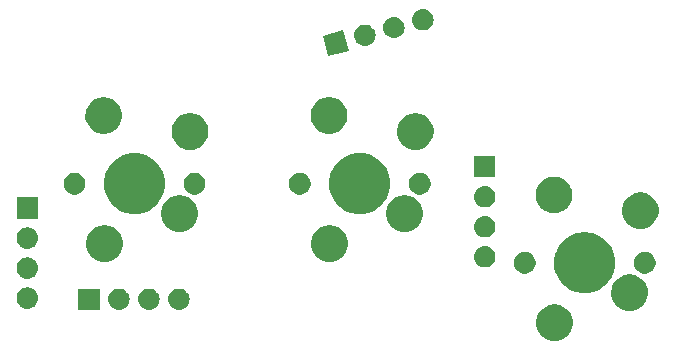
<source format=gbr>
G04 #@! TF.GenerationSoftware,KiCad,Pcbnew,(5.1.4)-1*
G04 #@! TF.CreationDate,2023-09-09T05:29:12-04:00*
G04 #@! TF.ProjectId,ThumbsUp,5468756d-6273-4557-902e-6b696361645f,rev?*
G04 #@! TF.SameCoordinates,Original*
G04 #@! TF.FileFunction,Soldermask,Top*
G04 #@! TF.FilePolarity,Negative*
%FSLAX46Y46*%
G04 Gerber Fmt 4.6, Leading zero omitted, Abs format (unit mm)*
G04 Created by KiCad (PCBNEW (5.1.4)-1) date 2023-09-09 05:29:12*
%MOMM*%
%LPD*%
G04 APERTURE LIST*
%ADD10C,0.100000*%
G04 APERTURE END LIST*
D10*
G36*
X-117017415Y-466668802D02*
G01*
X-116867590Y-466698604D01*
X-116585326Y-466815521D01*
X-116331295Y-466985259D01*
X-116115259Y-467201295D01*
X-115945521Y-467455326D01*
X-115828604Y-467737590D01*
X-115769000Y-468037240D01*
X-115769000Y-468342760D01*
X-115828604Y-468642410D01*
X-115945521Y-468924674D01*
X-116115259Y-469178705D01*
X-116331295Y-469394741D01*
X-116585326Y-469564479D01*
X-116867590Y-469681396D01*
X-117017415Y-469711198D01*
X-117167239Y-469741000D01*
X-117472761Y-469741000D01*
X-117622585Y-469711198D01*
X-117772410Y-469681396D01*
X-118054674Y-469564479D01*
X-118308705Y-469394741D01*
X-118524741Y-469178705D01*
X-118694479Y-468924674D01*
X-118811396Y-468642410D01*
X-118871000Y-468342760D01*
X-118871000Y-468037240D01*
X-118811396Y-467737590D01*
X-118694479Y-467455326D01*
X-118524741Y-467201295D01*
X-118308705Y-466985259D01*
X-118054674Y-466815521D01*
X-117772410Y-466698604D01*
X-117622585Y-466668802D01*
X-117472761Y-466639000D01*
X-117167239Y-466639000D01*
X-117017415Y-466668802D01*
X-117017415Y-466668802D01*
G37*
G36*
X-110667415Y-464128802D02*
G01*
X-110517590Y-464158604D01*
X-110235326Y-464275521D01*
X-109981295Y-464445259D01*
X-109765259Y-464661295D01*
X-109595521Y-464915326D01*
X-109478604Y-465197590D01*
X-109459512Y-465293574D01*
X-109426863Y-465457707D01*
X-109419000Y-465497240D01*
X-109419000Y-465802760D01*
X-109478604Y-466102410D01*
X-109595521Y-466384674D01*
X-109765259Y-466638705D01*
X-109981295Y-466854741D01*
X-110235326Y-467024479D01*
X-110517590Y-467141396D01*
X-110667415Y-467171198D01*
X-110817239Y-467201000D01*
X-111122761Y-467201000D01*
X-111272585Y-467171198D01*
X-111422410Y-467141396D01*
X-111704674Y-467024479D01*
X-111958705Y-466854741D01*
X-112174741Y-466638705D01*
X-112344479Y-466384674D01*
X-112461396Y-466102410D01*
X-112521000Y-465802760D01*
X-112521000Y-465497240D01*
X-112513136Y-465457707D01*
X-112480488Y-465293574D01*
X-112461396Y-465197590D01*
X-112344479Y-464915326D01*
X-112174741Y-464661295D01*
X-111958705Y-464445259D01*
X-111704674Y-464275521D01*
X-111422410Y-464158604D01*
X-111272585Y-464128802D01*
X-111122761Y-464099000D01*
X-110817239Y-464099000D01*
X-110667415Y-464128802D01*
X-110667415Y-464128802D01*
G37*
G36*
X-151568888Y-465300092D02*
G01*
X-151502703Y-465306611D01*
X-151332864Y-465358131D01*
X-151176339Y-465441796D01*
X-151156953Y-465457706D01*
X-151039144Y-465554388D01*
X-150955882Y-465655845D01*
X-150926552Y-465691583D01*
X-150842887Y-465848108D01*
X-150791367Y-466017947D01*
X-150773971Y-466194574D01*
X-150791367Y-466371201D01*
X-150842887Y-466541040D01*
X-150926552Y-466697565D01*
X-150927405Y-466698604D01*
X-151039144Y-466834760D01*
X-151140601Y-466918022D01*
X-151176339Y-466947352D01*
X-151332864Y-467031017D01*
X-151502703Y-467082537D01*
X-151568888Y-467089056D01*
X-151635070Y-467095574D01*
X-151723590Y-467095574D01*
X-151789772Y-467089056D01*
X-151855957Y-467082537D01*
X-152025796Y-467031017D01*
X-152182321Y-466947352D01*
X-152218059Y-466918022D01*
X-152319516Y-466834760D01*
X-152431255Y-466698604D01*
X-152432108Y-466697565D01*
X-152515773Y-466541040D01*
X-152567293Y-466371201D01*
X-152584689Y-466194574D01*
X-152567293Y-466017947D01*
X-152515773Y-465848108D01*
X-152432108Y-465691583D01*
X-152402778Y-465655845D01*
X-152319516Y-465554388D01*
X-152201707Y-465457706D01*
X-152182321Y-465441796D01*
X-152025796Y-465358131D01*
X-151855957Y-465306611D01*
X-151789772Y-465300092D01*
X-151723590Y-465293574D01*
X-151635070Y-465293574D01*
X-151568888Y-465300092D01*
X-151568888Y-465300092D01*
G37*
G36*
X-154108888Y-465300092D02*
G01*
X-154042703Y-465306611D01*
X-153872864Y-465358131D01*
X-153716339Y-465441796D01*
X-153696953Y-465457706D01*
X-153579144Y-465554388D01*
X-153495882Y-465655845D01*
X-153466552Y-465691583D01*
X-153382887Y-465848108D01*
X-153331367Y-466017947D01*
X-153313971Y-466194574D01*
X-153331367Y-466371201D01*
X-153382887Y-466541040D01*
X-153466552Y-466697565D01*
X-153467405Y-466698604D01*
X-153579144Y-466834760D01*
X-153680601Y-466918022D01*
X-153716339Y-466947352D01*
X-153872864Y-467031017D01*
X-154042703Y-467082537D01*
X-154108888Y-467089056D01*
X-154175070Y-467095574D01*
X-154263590Y-467095574D01*
X-154329772Y-467089056D01*
X-154395957Y-467082537D01*
X-154565796Y-467031017D01*
X-154722321Y-466947352D01*
X-154758059Y-466918022D01*
X-154859516Y-466834760D01*
X-154971255Y-466698604D01*
X-154972108Y-466697565D01*
X-155055773Y-466541040D01*
X-155107293Y-466371201D01*
X-155124689Y-466194574D01*
X-155107293Y-466017947D01*
X-155055773Y-465848108D01*
X-154972108Y-465691583D01*
X-154942778Y-465655845D01*
X-154859516Y-465554388D01*
X-154741707Y-465457706D01*
X-154722321Y-465441796D01*
X-154565796Y-465358131D01*
X-154395957Y-465306611D01*
X-154329772Y-465300092D01*
X-154263590Y-465293574D01*
X-154175070Y-465293574D01*
X-154108888Y-465300092D01*
X-154108888Y-465300092D01*
G37*
G36*
X-155858330Y-467095574D02*
G01*
X-157660330Y-467095574D01*
X-157660330Y-465293574D01*
X-155858330Y-465293574D01*
X-155858330Y-467095574D01*
X-155858330Y-467095574D01*
G37*
G36*
X-149028888Y-465300092D02*
G01*
X-148962703Y-465306611D01*
X-148792864Y-465358131D01*
X-148636339Y-465441796D01*
X-148616953Y-465457706D01*
X-148499144Y-465554388D01*
X-148415882Y-465655845D01*
X-148386552Y-465691583D01*
X-148302887Y-465848108D01*
X-148251367Y-466017947D01*
X-148233971Y-466194574D01*
X-148251367Y-466371201D01*
X-148302887Y-466541040D01*
X-148386552Y-466697565D01*
X-148387405Y-466698604D01*
X-148499144Y-466834760D01*
X-148600601Y-466918022D01*
X-148636339Y-466947352D01*
X-148792864Y-467031017D01*
X-148962703Y-467082537D01*
X-149028888Y-467089056D01*
X-149095070Y-467095574D01*
X-149183590Y-467095574D01*
X-149249772Y-467089056D01*
X-149315957Y-467082537D01*
X-149485796Y-467031017D01*
X-149642321Y-466947352D01*
X-149678059Y-466918022D01*
X-149779516Y-466834760D01*
X-149891255Y-466698604D01*
X-149892108Y-466697565D01*
X-149975773Y-466541040D01*
X-150027293Y-466371201D01*
X-150044689Y-466194574D01*
X-150027293Y-466017947D01*
X-149975773Y-465848108D01*
X-149892108Y-465691583D01*
X-149862778Y-465655845D01*
X-149779516Y-465554388D01*
X-149661707Y-465457706D01*
X-149642321Y-465441796D01*
X-149485796Y-465358131D01*
X-149315957Y-465306611D01*
X-149249772Y-465300092D01*
X-149183590Y-465293574D01*
X-149095070Y-465293574D01*
X-149028888Y-465300092D01*
X-149028888Y-465300092D01*
G37*
G36*
X-161856177Y-465203411D02*
G01*
X-161789993Y-465209929D01*
X-161620154Y-465261449D01*
X-161463629Y-465345114D01*
X-161447768Y-465358131D01*
X-161326434Y-465457706D01*
X-161243172Y-465559163D01*
X-161213842Y-465594901D01*
X-161130177Y-465751426D01*
X-161078657Y-465921265D01*
X-161061261Y-466097892D01*
X-161078657Y-466274519D01*
X-161130177Y-466444358D01*
X-161213842Y-466600883D01*
X-161243172Y-466636621D01*
X-161326434Y-466738078D01*
X-161420800Y-466815521D01*
X-161463629Y-466850670D01*
X-161620154Y-466934335D01*
X-161789993Y-466985855D01*
X-161856178Y-466992374D01*
X-161922360Y-466998892D01*
X-162010880Y-466998892D01*
X-162077062Y-466992374D01*
X-162143247Y-466985855D01*
X-162313086Y-466934335D01*
X-162469611Y-466850670D01*
X-162512440Y-466815521D01*
X-162606806Y-466738078D01*
X-162690068Y-466636621D01*
X-162719398Y-466600883D01*
X-162803063Y-466444358D01*
X-162854583Y-466274519D01*
X-162871979Y-466097892D01*
X-162854583Y-465921265D01*
X-162803063Y-465751426D01*
X-162719398Y-465594901D01*
X-162690068Y-465559163D01*
X-162606806Y-465457706D01*
X-162485472Y-465358131D01*
X-162469611Y-465345114D01*
X-162313086Y-465261449D01*
X-162143247Y-465209929D01*
X-162077063Y-465203411D01*
X-162010880Y-465196892D01*
X-161922360Y-465196892D01*
X-161856177Y-465203411D01*
X-161856177Y-465203411D01*
G37*
G36*
X-114387018Y-460561702D02*
G01*
X-114028609Y-460632994D01*
X-113869501Y-460698899D01*
X-113559808Y-460827178D01*
X-113137896Y-461109090D01*
X-112779090Y-461467896D01*
X-112497178Y-461889808D01*
X-112411886Y-462095722D01*
X-112358447Y-462224733D01*
X-112302994Y-462358610D01*
X-112204000Y-462856285D01*
X-112204000Y-463363715D01*
X-112218210Y-463435155D01*
X-112302994Y-463861391D01*
X-112360580Y-464000415D01*
X-112497178Y-464330192D01*
X-112779090Y-464752104D01*
X-113137896Y-465110910D01*
X-113559808Y-465392822D01*
X-113811893Y-465497239D01*
X-114028609Y-465587006D01*
X-114526285Y-465686000D01*
X-115033715Y-465686000D01*
X-115531391Y-465587006D01*
X-115748107Y-465497239D01*
X-116000192Y-465392822D01*
X-116422104Y-465110910D01*
X-116780910Y-464752104D01*
X-117062822Y-464330192D01*
X-117199420Y-464000415D01*
X-117257006Y-463861391D01*
X-117341790Y-463435155D01*
X-117356000Y-463363715D01*
X-117356000Y-462856285D01*
X-117257006Y-462358610D01*
X-117201552Y-462224733D01*
X-117148114Y-462095722D01*
X-117062822Y-461889808D01*
X-116780910Y-461467896D01*
X-116422104Y-461109090D01*
X-116000192Y-460827178D01*
X-115690499Y-460698899D01*
X-115531391Y-460632994D01*
X-115172982Y-460561702D01*
X-115033715Y-460534000D01*
X-114526285Y-460534000D01*
X-114387018Y-460561702D01*
X-114387018Y-460561702D01*
G37*
G36*
X-161856178Y-462663410D02*
G01*
X-161789993Y-462669929D01*
X-161620154Y-462721449D01*
X-161463629Y-462805114D01*
X-161427891Y-462834444D01*
X-161326434Y-462917706D01*
X-161274116Y-462981457D01*
X-161213842Y-463054901D01*
X-161130177Y-463211426D01*
X-161078657Y-463381265D01*
X-161061261Y-463557892D01*
X-161078657Y-463734519D01*
X-161130177Y-463904358D01*
X-161213842Y-464060883D01*
X-161243172Y-464096621D01*
X-161326434Y-464198078D01*
X-161420800Y-464275521D01*
X-161463629Y-464310670D01*
X-161620154Y-464394335D01*
X-161789993Y-464445855D01*
X-161856177Y-464452373D01*
X-161922360Y-464458892D01*
X-162010880Y-464458892D01*
X-162077063Y-464452373D01*
X-162143247Y-464445855D01*
X-162313086Y-464394335D01*
X-162469611Y-464310670D01*
X-162512440Y-464275521D01*
X-162606806Y-464198078D01*
X-162690068Y-464096621D01*
X-162719398Y-464060883D01*
X-162803063Y-463904358D01*
X-162854583Y-463734519D01*
X-162871979Y-463557892D01*
X-162854583Y-463381265D01*
X-162803063Y-463211426D01*
X-162719398Y-463054901D01*
X-162659124Y-462981457D01*
X-162606806Y-462917706D01*
X-162505349Y-462834444D01*
X-162469611Y-462805114D01*
X-162313086Y-462721449D01*
X-162143247Y-462669929D01*
X-162077062Y-462663410D01*
X-162010880Y-462656892D01*
X-161922360Y-462656892D01*
X-161856178Y-462663410D01*
X-161856178Y-462663410D01*
G37*
G36*
X-109429896Y-462219585D02*
G01*
X-109261374Y-462289389D01*
X-109109709Y-462390728D01*
X-108980728Y-462519709D01*
X-108879389Y-462671374D01*
X-108809585Y-462839896D01*
X-108774000Y-463018797D01*
X-108774000Y-463201203D01*
X-108809585Y-463380104D01*
X-108879389Y-463548626D01*
X-108980728Y-463700291D01*
X-109109709Y-463829272D01*
X-109261374Y-463930611D01*
X-109429896Y-464000415D01*
X-109608797Y-464036000D01*
X-109791203Y-464036000D01*
X-109970104Y-464000415D01*
X-110138626Y-463930611D01*
X-110290291Y-463829272D01*
X-110419272Y-463700291D01*
X-110520611Y-463548626D01*
X-110590415Y-463380104D01*
X-110626000Y-463201203D01*
X-110626000Y-463018797D01*
X-110590415Y-462839896D01*
X-110520611Y-462671374D01*
X-110419272Y-462519709D01*
X-110290291Y-462390728D01*
X-110138626Y-462289389D01*
X-109970104Y-462219585D01*
X-109791203Y-462184000D01*
X-109608797Y-462184000D01*
X-109429896Y-462219585D01*
X-109429896Y-462219585D01*
G37*
G36*
X-119589896Y-462219585D02*
G01*
X-119421374Y-462289389D01*
X-119269709Y-462390728D01*
X-119140728Y-462519709D01*
X-119039389Y-462671374D01*
X-118969585Y-462839896D01*
X-118934000Y-463018797D01*
X-118934000Y-463201203D01*
X-118969585Y-463380104D01*
X-119039389Y-463548626D01*
X-119140728Y-463700291D01*
X-119269709Y-463829272D01*
X-119421374Y-463930611D01*
X-119589896Y-464000415D01*
X-119768797Y-464036000D01*
X-119951203Y-464036000D01*
X-120130104Y-464000415D01*
X-120298626Y-463930611D01*
X-120450291Y-463829272D01*
X-120579272Y-463700291D01*
X-120680611Y-463548626D01*
X-120750415Y-463380104D01*
X-120786000Y-463201203D01*
X-120786000Y-463018797D01*
X-120750415Y-462839896D01*
X-120680611Y-462671374D01*
X-120579272Y-462519709D01*
X-120450291Y-462390728D01*
X-120298626Y-462289389D01*
X-120130104Y-462219585D01*
X-119951203Y-462184000D01*
X-119768797Y-462184000D01*
X-119589896Y-462219585D01*
X-119589896Y-462219585D01*
G37*
G36*
X-123137698Y-461704232D02*
G01*
X-123071514Y-461710750D01*
X-122901675Y-461762270D01*
X-122745150Y-461845935D01*
X-122734916Y-461854334D01*
X-122607955Y-461958527D01*
X-122524693Y-462059984D01*
X-122495363Y-462095722D01*
X-122411698Y-462252247D01*
X-122360178Y-462422086D01*
X-122342782Y-462598713D01*
X-122360178Y-462775340D01*
X-122411698Y-462945179D01*
X-122495363Y-463101704D01*
X-122524693Y-463137442D01*
X-122607955Y-463238899D01*
X-122709412Y-463322161D01*
X-122745150Y-463351491D01*
X-122901675Y-463435156D01*
X-123071514Y-463486676D01*
X-123137699Y-463493195D01*
X-123203881Y-463499713D01*
X-123292401Y-463499713D01*
X-123358583Y-463493195D01*
X-123424768Y-463486676D01*
X-123594607Y-463435156D01*
X-123751132Y-463351491D01*
X-123786870Y-463322161D01*
X-123888327Y-463238899D01*
X-123971589Y-463137442D01*
X-124000919Y-463101704D01*
X-124084584Y-462945179D01*
X-124136104Y-462775340D01*
X-124153500Y-462598713D01*
X-124136104Y-462422086D01*
X-124084584Y-462252247D01*
X-124000919Y-462095722D01*
X-123971589Y-462059984D01*
X-123888327Y-461958527D01*
X-123761366Y-461854334D01*
X-123751132Y-461845935D01*
X-123594607Y-461762270D01*
X-123424768Y-461710750D01*
X-123358584Y-461704232D01*
X-123292401Y-461697713D01*
X-123203881Y-461697713D01*
X-123137698Y-461704232D01*
X-123137698Y-461704232D01*
G37*
G36*
X-136067415Y-459968863D02*
G01*
X-135917590Y-459998665D01*
X-135635326Y-460115582D01*
X-135381295Y-460285320D01*
X-135165259Y-460501356D01*
X-134995521Y-460755387D01*
X-134878604Y-461037651D01*
X-134878604Y-461037652D01*
X-134819000Y-461337300D01*
X-134819000Y-461642822D01*
X-134822035Y-461658078D01*
X-134878604Y-461942471D01*
X-134995521Y-462224735D01*
X-135165259Y-462478766D01*
X-135381295Y-462694802D01*
X-135635326Y-462864540D01*
X-135917590Y-462981457D01*
X-136067415Y-463011259D01*
X-136217239Y-463041061D01*
X-136522761Y-463041061D01*
X-136672585Y-463011259D01*
X-136822410Y-462981457D01*
X-137104674Y-462864540D01*
X-137358705Y-462694802D01*
X-137574741Y-462478766D01*
X-137744479Y-462224735D01*
X-137861396Y-461942471D01*
X-137917965Y-461658078D01*
X-137921000Y-461642822D01*
X-137921000Y-461337300D01*
X-137861396Y-461037652D01*
X-137861396Y-461037651D01*
X-137744479Y-460755387D01*
X-137574741Y-460501356D01*
X-137358705Y-460285320D01*
X-137104674Y-460115582D01*
X-136822410Y-459998665D01*
X-136672585Y-459968863D01*
X-136522761Y-459939061D01*
X-136217239Y-459939061D01*
X-136067415Y-459968863D01*
X-136067415Y-459968863D01*
G37*
G36*
X-155131369Y-459968863D02*
G01*
X-154981544Y-459998665D01*
X-154699280Y-460115582D01*
X-154445249Y-460285320D01*
X-154229213Y-460501356D01*
X-154059475Y-460755387D01*
X-153942558Y-461037651D01*
X-153942558Y-461037652D01*
X-153882954Y-461337300D01*
X-153882954Y-461642822D01*
X-153885989Y-461658078D01*
X-153942558Y-461942471D01*
X-154059475Y-462224735D01*
X-154229213Y-462478766D01*
X-154445249Y-462694802D01*
X-154699280Y-462864540D01*
X-154981544Y-462981457D01*
X-155131369Y-463011259D01*
X-155281193Y-463041061D01*
X-155586715Y-463041061D01*
X-155736539Y-463011259D01*
X-155886364Y-462981457D01*
X-156168628Y-462864540D01*
X-156422659Y-462694802D01*
X-156638695Y-462478766D01*
X-156808433Y-462224735D01*
X-156925350Y-461942471D01*
X-156981919Y-461658078D01*
X-156984954Y-461642822D01*
X-156984954Y-461337300D01*
X-156925350Y-461037652D01*
X-156925350Y-461037651D01*
X-156808433Y-460755387D01*
X-156638695Y-460501356D01*
X-156422659Y-460285320D01*
X-156168628Y-460115582D01*
X-155886364Y-459998665D01*
X-155736539Y-459968863D01*
X-155586715Y-459939061D01*
X-155281193Y-459939061D01*
X-155131369Y-459968863D01*
X-155131369Y-459968863D01*
G37*
G36*
X-161856178Y-460123410D02*
G01*
X-161789993Y-460129929D01*
X-161620154Y-460181449D01*
X-161463629Y-460265114D01*
X-161439008Y-460285320D01*
X-161326434Y-460377706D01*
X-161274116Y-460441457D01*
X-161213842Y-460514901D01*
X-161130177Y-460671426D01*
X-161078657Y-460841265D01*
X-161061261Y-461017892D01*
X-161078657Y-461194519D01*
X-161130177Y-461364358D01*
X-161213842Y-461520883D01*
X-161243172Y-461556621D01*
X-161326434Y-461658078D01*
X-161427891Y-461741340D01*
X-161463629Y-461770670D01*
X-161620154Y-461854335D01*
X-161789993Y-461905855D01*
X-161856178Y-461912374D01*
X-161922360Y-461918892D01*
X-162010880Y-461918892D01*
X-162077062Y-461912374D01*
X-162143247Y-461905855D01*
X-162313086Y-461854335D01*
X-162469611Y-461770670D01*
X-162505349Y-461741340D01*
X-162606806Y-461658078D01*
X-162690068Y-461556621D01*
X-162719398Y-461520883D01*
X-162803063Y-461364358D01*
X-162854583Y-461194519D01*
X-162871979Y-461017892D01*
X-162854583Y-460841265D01*
X-162803063Y-460671426D01*
X-162719398Y-460514901D01*
X-162659124Y-460441457D01*
X-162606806Y-460377706D01*
X-162494232Y-460285320D01*
X-162469611Y-460265114D01*
X-162313086Y-460181449D01*
X-162143247Y-460129929D01*
X-162077062Y-460123410D01*
X-162010880Y-460116892D01*
X-161922360Y-460116892D01*
X-161856178Y-460123410D01*
X-161856178Y-460123410D01*
G37*
G36*
X-123137698Y-459164232D02*
G01*
X-123071514Y-459170750D01*
X-122901675Y-459222270D01*
X-122745150Y-459305935D01*
X-122709412Y-459335265D01*
X-122607955Y-459418527D01*
X-122524693Y-459519984D01*
X-122495363Y-459555722D01*
X-122411698Y-459712247D01*
X-122360178Y-459882086D01*
X-122342782Y-460058713D01*
X-122360178Y-460235340D01*
X-122411698Y-460405179D01*
X-122495363Y-460561704D01*
X-122524693Y-460597442D01*
X-122607955Y-460698899D01*
X-122709412Y-460782161D01*
X-122745150Y-460811491D01*
X-122901675Y-460895156D01*
X-123071514Y-460946676D01*
X-123137699Y-460953195D01*
X-123203881Y-460959713D01*
X-123292401Y-460959713D01*
X-123358583Y-460953195D01*
X-123424768Y-460946676D01*
X-123594607Y-460895156D01*
X-123751132Y-460811491D01*
X-123786870Y-460782161D01*
X-123888327Y-460698899D01*
X-123971589Y-460597442D01*
X-124000919Y-460561704D01*
X-124084584Y-460405179D01*
X-124136104Y-460235340D01*
X-124153500Y-460058713D01*
X-124136104Y-459882086D01*
X-124084584Y-459712247D01*
X-124000919Y-459555722D01*
X-123971589Y-459519984D01*
X-123888327Y-459418527D01*
X-123786870Y-459335265D01*
X-123751132Y-459305935D01*
X-123594607Y-459222270D01*
X-123424768Y-459170750D01*
X-123358584Y-459164232D01*
X-123292401Y-459157713D01*
X-123203881Y-459157713D01*
X-123137698Y-459164232D01*
X-123137698Y-459164232D01*
G37*
G36*
X-148781369Y-457428863D02*
G01*
X-148631544Y-457458665D01*
X-148349280Y-457575582D01*
X-148095249Y-457745320D01*
X-147879213Y-457961356D01*
X-147709475Y-458215387D01*
X-147592558Y-458497651D01*
X-147532954Y-458797301D01*
X-147532954Y-459102821D01*
X-147592558Y-459402471D01*
X-147709475Y-459684735D01*
X-147879213Y-459938766D01*
X-148095249Y-460154802D01*
X-148349280Y-460324540D01*
X-148631544Y-460441457D01*
X-148781369Y-460471259D01*
X-148931193Y-460501061D01*
X-149236715Y-460501061D01*
X-149386539Y-460471259D01*
X-149536364Y-460441457D01*
X-149818628Y-460324540D01*
X-150072659Y-460154802D01*
X-150288695Y-459938766D01*
X-150458433Y-459684735D01*
X-150575350Y-459402471D01*
X-150634954Y-459102821D01*
X-150634954Y-458797301D01*
X-150575350Y-458497651D01*
X-150458433Y-458215387D01*
X-150288695Y-457961356D01*
X-150072659Y-457745320D01*
X-149818628Y-457575582D01*
X-149536364Y-457458665D01*
X-149386539Y-457428863D01*
X-149236715Y-457399061D01*
X-148931193Y-457399061D01*
X-148781369Y-457428863D01*
X-148781369Y-457428863D01*
G37*
G36*
X-129717415Y-457428863D02*
G01*
X-129567590Y-457458665D01*
X-129285326Y-457575582D01*
X-129031295Y-457745320D01*
X-128815259Y-457961356D01*
X-128645521Y-458215387D01*
X-128528604Y-458497651D01*
X-128469000Y-458797301D01*
X-128469000Y-459102821D01*
X-128528604Y-459402471D01*
X-128645521Y-459684735D01*
X-128815259Y-459938766D01*
X-129031295Y-460154802D01*
X-129285326Y-460324540D01*
X-129567590Y-460441457D01*
X-129717415Y-460471259D01*
X-129867239Y-460501061D01*
X-130172761Y-460501061D01*
X-130322585Y-460471259D01*
X-130472410Y-460441457D01*
X-130754674Y-460324540D01*
X-131008705Y-460154802D01*
X-131224741Y-459938766D01*
X-131394479Y-459684735D01*
X-131511396Y-459402471D01*
X-131571000Y-459102821D01*
X-131571000Y-458797301D01*
X-131511396Y-458497651D01*
X-131394479Y-458215387D01*
X-131224741Y-457961356D01*
X-131008705Y-457745320D01*
X-130754674Y-457575582D01*
X-130472410Y-457458665D01*
X-130322585Y-457428863D01*
X-130172761Y-457399061D01*
X-129867239Y-457399061D01*
X-129717415Y-457428863D01*
X-129717415Y-457428863D01*
G37*
G36*
X-109777415Y-457188802D02*
G01*
X-109627590Y-457218604D01*
X-109345326Y-457335521D01*
X-109091295Y-457505259D01*
X-108875259Y-457721295D01*
X-108705521Y-457975326D01*
X-108588604Y-458257590D01*
X-108588604Y-458257591D01*
X-108529000Y-458557239D01*
X-108529000Y-458862761D01*
X-108553526Y-458986061D01*
X-108588604Y-459162410D01*
X-108705521Y-459444674D01*
X-108875259Y-459698705D01*
X-109091295Y-459914741D01*
X-109345326Y-460084479D01*
X-109627590Y-460201396D01*
X-109777415Y-460231198D01*
X-109927239Y-460261000D01*
X-110232761Y-460261000D01*
X-110382585Y-460231198D01*
X-110532410Y-460201396D01*
X-110814674Y-460084479D01*
X-111068705Y-459914741D01*
X-111284741Y-459698705D01*
X-111454479Y-459444674D01*
X-111571396Y-459162410D01*
X-111606474Y-458986061D01*
X-111631000Y-458862761D01*
X-111631000Y-458557239D01*
X-111571396Y-458257591D01*
X-111571396Y-458257590D01*
X-111454479Y-457975326D01*
X-111284741Y-457721295D01*
X-111068705Y-457505259D01*
X-110814674Y-457335521D01*
X-110532410Y-457218604D01*
X-110382585Y-457188802D01*
X-110232761Y-457159000D01*
X-109927239Y-457159000D01*
X-109777415Y-457188802D01*
X-109777415Y-457188802D01*
G37*
G36*
X-161065620Y-459378892D02*
G01*
X-162867620Y-459378892D01*
X-162867620Y-457576892D01*
X-161065620Y-457576892D01*
X-161065620Y-459378892D01*
X-161065620Y-459378892D01*
G37*
G36*
X-152142563Y-453933055D02*
G01*
X-151948379Y-454013489D01*
X-151673762Y-454127239D01*
X-151251850Y-454409151D01*
X-150893044Y-454767957D01*
X-150611132Y-455189869D01*
X-150497382Y-455464486D01*
X-150416948Y-455658670D01*
X-150317954Y-456156347D01*
X-150317954Y-456663775D01*
X-150416948Y-457161452D01*
X-150474534Y-457300476D01*
X-150611132Y-457630253D01*
X-150893044Y-458052165D01*
X-151251850Y-458410971D01*
X-151673762Y-458692883D01*
X-151925847Y-458797300D01*
X-152142563Y-458887067D01*
X-152640239Y-458986061D01*
X-153147669Y-458986061D01*
X-153645345Y-458887067D01*
X-153862061Y-458797300D01*
X-154114146Y-458692883D01*
X-154536058Y-458410971D01*
X-154894864Y-458052165D01*
X-155176776Y-457630253D01*
X-155313374Y-457300476D01*
X-155370960Y-457161452D01*
X-155469954Y-456663775D01*
X-155469954Y-456156347D01*
X-155370960Y-455658670D01*
X-155290526Y-455464486D01*
X-155176776Y-455189869D01*
X-154894864Y-454767957D01*
X-154536058Y-454409151D01*
X-154114146Y-454127239D01*
X-153839529Y-454013489D01*
X-153645345Y-453933055D01*
X-153147669Y-453834061D01*
X-152640239Y-453834061D01*
X-152142563Y-453933055D01*
X-152142563Y-453933055D01*
G37*
G36*
X-133078609Y-453933055D02*
G01*
X-132884425Y-454013489D01*
X-132609808Y-454127239D01*
X-132187896Y-454409151D01*
X-131829090Y-454767957D01*
X-131547178Y-455189869D01*
X-131433428Y-455464486D01*
X-131352994Y-455658670D01*
X-131254000Y-456156347D01*
X-131254000Y-456663775D01*
X-131352994Y-457161452D01*
X-131410580Y-457300476D01*
X-131547178Y-457630253D01*
X-131829090Y-458052165D01*
X-132187896Y-458410971D01*
X-132609808Y-458692883D01*
X-132861893Y-458797300D01*
X-133078609Y-458887067D01*
X-133576285Y-458986061D01*
X-134083715Y-458986061D01*
X-134581391Y-458887067D01*
X-134798107Y-458797300D01*
X-135050192Y-458692883D01*
X-135472104Y-458410971D01*
X-135830910Y-458052165D01*
X-136112822Y-457630253D01*
X-136249420Y-457300476D01*
X-136307006Y-457161452D01*
X-136406000Y-456663775D01*
X-136406000Y-456156347D01*
X-136307006Y-455658670D01*
X-136226572Y-455464486D01*
X-136112822Y-455189869D01*
X-135830910Y-454767957D01*
X-135472104Y-454409151D01*
X-135050192Y-454127239D01*
X-134775575Y-454013489D01*
X-134581391Y-453933055D01*
X-134083715Y-453834061D01*
X-133576285Y-453834061D01*
X-133078609Y-453933055D01*
X-133078609Y-453933055D01*
G37*
G36*
X-117173095Y-455819770D02*
G01*
X-116927590Y-455868604D01*
X-116645326Y-455985521D01*
X-116391295Y-456155259D01*
X-116175259Y-456371295D01*
X-116005521Y-456625326D01*
X-115900642Y-456878528D01*
X-115888604Y-456907591D01*
X-115835960Y-457172247D01*
X-115829000Y-457207240D01*
X-115829000Y-457512760D01*
X-115888604Y-457812410D01*
X-116005521Y-458094674D01*
X-116175259Y-458348705D01*
X-116391295Y-458564741D01*
X-116645326Y-458734479D01*
X-116927590Y-458851396D01*
X-116984721Y-458862760D01*
X-117227239Y-458911000D01*
X-117532761Y-458911000D01*
X-117775279Y-458862760D01*
X-117832410Y-458851396D01*
X-118114674Y-458734479D01*
X-118368705Y-458564741D01*
X-118584741Y-458348705D01*
X-118754479Y-458094674D01*
X-118871396Y-457812410D01*
X-118931000Y-457512760D01*
X-118931000Y-457207240D01*
X-118924039Y-457172247D01*
X-118871396Y-456907591D01*
X-118859358Y-456878528D01*
X-118754479Y-456625326D01*
X-118584741Y-456371295D01*
X-118368705Y-456155259D01*
X-118114674Y-455985521D01*
X-117832410Y-455868604D01*
X-117586905Y-455819770D01*
X-117532761Y-455809000D01*
X-117227239Y-455809000D01*
X-117173095Y-455819770D01*
X-117173095Y-455819770D01*
G37*
G36*
X-123137699Y-456624231D02*
G01*
X-123071514Y-456630750D01*
X-122901675Y-456682270D01*
X-122745150Y-456765935D01*
X-122709412Y-456795265D01*
X-122607955Y-456878527D01*
X-122524693Y-456979984D01*
X-122495363Y-457015722D01*
X-122411698Y-457172247D01*
X-122360178Y-457342086D01*
X-122342782Y-457518713D01*
X-122360178Y-457695340D01*
X-122411698Y-457865179D01*
X-122495363Y-458021704D01*
X-122520362Y-458052165D01*
X-122607955Y-458158899D01*
X-122709412Y-458242161D01*
X-122745150Y-458271491D01*
X-122901675Y-458355156D01*
X-123071514Y-458406676D01*
X-123115123Y-458410971D01*
X-123203881Y-458419713D01*
X-123292401Y-458419713D01*
X-123381159Y-458410971D01*
X-123424768Y-458406676D01*
X-123594607Y-458355156D01*
X-123751132Y-458271491D01*
X-123786870Y-458242161D01*
X-123888327Y-458158899D01*
X-123975920Y-458052165D01*
X-124000919Y-458021704D01*
X-124084584Y-457865179D01*
X-124136104Y-457695340D01*
X-124153500Y-457518713D01*
X-124136104Y-457342086D01*
X-124084584Y-457172247D01*
X-124000919Y-457015722D01*
X-123971589Y-456979984D01*
X-123888327Y-456878527D01*
X-123786870Y-456795265D01*
X-123751132Y-456765935D01*
X-123594607Y-456682270D01*
X-123424768Y-456630750D01*
X-123358583Y-456624231D01*
X-123292401Y-456617713D01*
X-123203881Y-456617713D01*
X-123137699Y-456624231D01*
X-123137699Y-456624231D01*
G37*
G36*
X-157703850Y-455519646D02*
G01*
X-157535328Y-455589450D01*
X-157383663Y-455690789D01*
X-157254682Y-455819770D01*
X-157153343Y-455971435D01*
X-157083539Y-456139957D01*
X-157047954Y-456318858D01*
X-157047954Y-456501264D01*
X-157083539Y-456680165D01*
X-157153343Y-456848687D01*
X-157254682Y-457000352D01*
X-157383663Y-457129333D01*
X-157535328Y-457230672D01*
X-157703850Y-457300476D01*
X-157882751Y-457336061D01*
X-158065157Y-457336061D01*
X-158244058Y-457300476D01*
X-158412580Y-457230672D01*
X-158564245Y-457129333D01*
X-158693226Y-457000352D01*
X-158794565Y-456848687D01*
X-158864369Y-456680165D01*
X-158899954Y-456501264D01*
X-158899954Y-456318858D01*
X-158864369Y-456139957D01*
X-158794565Y-455971435D01*
X-158693226Y-455819770D01*
X-158564245Y-455690789D01*
X-158412580Y-455589450D01*
X-158244058Y-455519646D01*
X-158065157Y-455484061D01*
X-157882751Y-455484061D01*
X-157703850Y-455519646D01*
X-157703850Y-455519646D01*
G37*
G36*
X-147543850Y-455519646D02*
G01*
X-147375328Y-455589450D01*
X-147223663Y-455690789D01*
X-147094682Y-455819770D01*
X-146993343Y-455971435D01*
X-146923539Y-456139957D01*
X-146887954Y-456318858D01*
X-146887954Y-456501264D01*
X-146923539Y-456680165D01*
X-146993343Y-456848687D01*
X-147094682Y-457000352D01*
X-147223663Y-457129333D01*
X-147375328Y-457230672D01*
X-147543850Y-457300476D01*
X-147722751Y-457336061D01*
X-147905157Y-457336061D01*
X-148084058Y-457300476D01*
X-148252580Y-457230672D01*
X-148404245Y-457129333D01*
X-148533226Y-457000352D01*
X-148634565Y-456848687D01*
X-148704369Y-456680165D01*
X-148739954Y-456501264D01*
X-148739954Y-456318858D01*
X-148704369Y-456139957D01*
X-148634565Y-455971435D01*
X-148533226Y-455819770D01*
X-148404245Y-455690789D01*
X-148252580Y-455589450D01*
X-148084058Y-455519646D01*
X-147905157Y-455484061D01*
X-147722751Y-455484061D01*
X-147543850Y-455519646D01*
X-147543850Y-455519646D01*
G37*
G36*
X-138639896Y-455519646D02*
G01*
X-138471374Y-455589450D01*
X-138319709Y-455690789D01*
X-138190728Y-455819770D01*
X-138089389Y-455971435D01*
X-138019585Y-456139957D01*
X-137984000Y-456318858D01*
X-137984000Y-456501264D01*
X-138019585Y-456680165D01*
X-138089389Y-456848687D01*
X-138190728Y-457000352D01*
X-138319709Y-457129333D01*
X-138471374Y-457230672D01*
X-138639896Y-457300476D01*
X-138818797Y-457336061D01*
X-139001203Y-457336061D01*
X-139180104Y-457300476D01*
X-139348626Y-457230672D01*
X-139500291Y-457129333D01*
X-139629272Y-457000352D01*
X-139730611Y-456848687D01*
X-139800415Y-456680165D01*
X-139836000Y-456501264D01*
X-139836000Y-456318858D01*
X-139800415Y-456139957D01*
X-139730611Y-455971435D01*
X-139629272Y-455819770D01*
X-139500291Y-455690789D01*
X-139348626Y-455589450D01*
X-139180104Y-455519646D01*
X-139001203Y-455484061D01*
X-138818797Y-455484061D01*
X-138639896Y-455519646D01*
X-138639896Y-455519646D01*
G37*
G36*
X-128479896Y-455519646D02*
G01*
X-128311374Y-455589450D01*
X-128159709Y-455690789D01*
X-128030728Y-455819770D01*
X-127929389Y-455971435D01*
X-127859585Y-456139957D01*
X-127824000Y-456318858D01*
X-127824000Y-456501264D01*
X-127859585Y-456680165D01*
X-127929389Y-456848687D01*
X-128030728Y-457000352D01*
X-128159709Y-457129333D01*
X-128311374Y-457230672D01*
X-128479896Y-457300476D01*
X-128658797Y-457336061D01*
X-128841203Y-457336061D01*
X-129020104Y-457300476D01*
X-129188626Y-457230672D01*
X-129340291Y-457129333D01*
X-129469272Y-457000352D01*
X-129570611Y-456848687D01*
X-129640415Y-456680165D01*
X-129676000Y-456501264D01*
X-129676000Y-456318858D01*
X-129640415Y-456139957D01*
X-129570611Y-455971435D01*
X-129469272Y-455819770D01*
X-129340291Y-455690789D01*
X-129188626Y-455589450D01*
X-129020104Y-455519646D01*
X-128841203Y-455484061D01*
X-128658797Y-455484061D01*
X-128479896Y-455519646D01*
X-128479896Y-455519646D01*
G37*
G36*
X-122347141Y-455879713D02*
G01*
X-124149141Y-455879713D01*
X-124149141Y-454077713D01*
X-122347141Y-454077713D01*
X-122347141Y-455879713D01*
X-122347141Y-455879713D01*
G37*
G36*
X-128827415Y-450488863D02*
G01*
X-128677590Y-450518665D01*
X-128395326Y-450635582D01*
X-128141295Y-450805320D01*
X-127925259Y-451021356D01*
X-127755521Y-451275387D01*
X-127706087Y-451394733D01*
X-127638604Y-451557652D01*
X-127579000Y-451857300D01*
X-127579000Y-452162822D01*
X-127608802Y-452312646D01*
X-127638604Y-452462471D01*
X-127755521Y-452744735D01*
X-127925259Y-452998766D01*
X-128141295Y-453214802D01*
X-128395326Y-453384540D01*
X-128677590Y-453501457D01*
X-128827415Y-453531259D01*
X-128977239Y-453561061D01*
X-129282761Y-453561061D01*
X-129432585Y-453531259D01*
X-129582410Y-453501457D01*
X-129864674Y-453384540D01*
X-130118705Y-453214802D01*
X-130334741Y-452998766D01*
X-130504479Y-452744735D01*
X-130621396Y-452462471D01*
X-130651198Y-452312646D01*
X-130681000Y-452162822D01*
X-130681000Y-451857300D01*
X-130621396Y-451557652D01*
X-130553913Y-451394733D01*
X-130504479Y-451275387D01*
X-130334741Y-451021356D01*
X-130118705Y-450805320D01*
X-129864674Y-450635582D01*
X-129582410Y-450518665D01*
X-129432585Y-450488863D01*
X-129282761Y-450459061D01*
X-128977239Y-450459061D01*
X-128827415Y-450488863D01*
X-128827415Y-450488863D01*
G37*
G36*
X-147891369Y-450488863D02*
G01*
X-147741544Y-450518665D01*
X-147459280Y-450635582D01*
X-147205249Y-450805320D01*
X-146989213Y-451021356D01*
X-146819475Y-451275387D01*
X-146770041Y-451394733D01*
X-146702558Y-451557652D01*
X-146642954Y-451857300D01*
X-146642954Y-452162822D01*
X-146672756Y-452312646D01*
X-146702558Y-452462471D01*
X-146819475Y-452744735D01*
X-146989213Y-452998766D01*
X-147205249Y-453214802D01*
X-147459280Y-453384540D01*
X-147741544Y-453501457D01*
X-147891369Y-453531259D01*
X-148041193Y-453561061D01*
X-148346715Y-453561061D01*
X-148496539Y-453531259D01*
X-148646364Y-453501457D01*
X-148928628Y-453384540D01*
X-149182659Y-453214802D01*
X-149398695Y-452998766D01*
X-149568433Y-452744735D01*
X-149685350Y-452462471D01*
X-149715152Y-452312646D01*
X-149744954Y-452162822D01*
X-149744954Y-451857300D01*
X-149685350Y-451557652D01*
X-149617867Y-451394733D01*
X-149568433Y-451275387D01*
X-149398695Y-451021356D01*
X-149182659Y-450805320D01*
X-148928628Y-450635582D01*
X-148646364Y-450518665D01*
X-148496539Y-450488863D01*
X-148346715Y-450459061D01*
X-148041193Y-450459061D01*
X-147891369Y-450488863D01*
X-147891369Y-450488863D01*
G37*
G36*
X-155191369Y-449138863D02*
G01*
X-155041544Y-449168665D01*
X-154759280Y-449285582D01*
X-154505249Y-449455320D01*
X-154289213Y-449671356D01*
X-154119475Y-449925387D01*
X-154002558Y-450207651D01*
X-154002558Y-450207652D01*
X-153952549Y-450459061D01*
X-153942954Y-450507301D01*
X-153942954Y-450812821D01*
X-154002558Y-451112471D01*
X-154119475Y-451394735D01*
X-154289213Y-451648766D01*
X-154505249Y-451864802D01*
X-154759280Y-452034540D01*
X-155041544Y-452151457D01*
X-155098675Y-452162821D01*
X-155341193Y-452211061D01*
X-155646715Y-452211061D01*
X-155889233Y-452162821D01*
X-155946364Y-452151457D01*
X-156228628Y-452034540D01*
X-156482659Y-451864802D01*
X-156698695Y-451648766D01*
X-156868433Y-451394735D01*
X-156985350Y-451112471D01*
X-157044954Y-450812821D01*
X-157044954Y-450507301D01*
X-157035358Y-450459061D01*
X-156985350Y-450207652D01*
X-156985350Y-450207651D01*
X-156868433Y-449925387D01*
X-156698695Y-449671356D01*
X-156482659Y-449455320D01*
X-156228628Y-449285582D01*
X-155946364Y-449168665D01*
X-155796539Y-449138863D01*
X-155646715Y-449109061D01*
X-155341193Y-449109061D01*
X-155191369Y-449138863D01*
X-155191369Y-449138863D01*
G37*
G36*
X-136127415Y-449138863D02*
G01*
X-135977590Y-449168665D01*
X-135695326Y-449285582D01*
X-135441295Y-449455320D01*
X-135225259Y-449671356D01*
X-135055521Y-449925387D01*
X-134938604Y-450207651D01*
X-134938604Y-450207652D01*
X-134888595Y-450459061D01*
X-134879000Y-450507301D01*
X-134879000Y-450812821D01*
X-134938604Y-451112471D01*
X-135055521Y-451394735D01*
X-135225259Y-451648766D01*
X-135441295Y-451864802D01*
X-135695326Y-452034540D01*
X-135977590Y-452151457D01*
X-136034721Y-452162821D01*
X-136277239Y-452211061D01*
X-136582761Y-452211061D01*
X-136825279Y-452162821D01*
X-136882410Y-452151457D01*
X-137164674Y-452034540D01*
X-137418705Y-451864802D01*
X-137634741Y-451648766D01*
X-137804479Y-451394735D01*
X-137921396Y-451112471D01*
X-137981000Y-450812821D01*
X-137981000Y-450507301D01*
X-137971404Y-450459061D01*
X-137921396Y-450207652D01*
X-137921396Y-450207651D01*
X-137804479Y-449925387D01*
X-137634741Y-449671356D01*
X-137418705Y-449455320D01*
X-137164674Y-449285582D01*
X-136882410Y-449168665D01*
X-136732585Y-449138863D01*
X-136582761Y-449109061D01*
X-136277239Y-449109061D01*
X-136127415Y-449138863D01*
X-136127415Y-449138863D01*
G37*
G36*
X-134739724Y-445147694D02*
G01*
X-136480322Y-445614086D01*
X-136946714Y-443873488D01*
X-135206116Y-443407096D01*
X-134739724Y-445147694D01*
X-134739724Y-445147694D01*
G37*
G36*
X-133279325Y-442958709D02*
G01*
X-133213140Y-442965228D01*
X-133043301Y-443016748D01*
X-132886776Y-443100413D01*
X-132851038Y-443129743D01*
X-132749581Y-443213005D01*
X-132666319Y-443314462D01*
X-132636989Y-443350200D01*
X-132553324Y-443506725D01*
X-132501804Y-443676564D01*
X-132484408Y-443853191D01*
X-132501804Y-444029818D01*
X-132553324Y-444199657D01*
X-132636989Y-444356182D01*
X-132666319Y-444391920D01*
X-132749581Y-444493377D01*
X-132851038Y-444576639D01*
X-132886776Y-444605969D01*
X-133043301Y-444689634D01*
X-133213140Y-444741154D01*
X-133279325Y-444747673D01*
X-133345507Y-444754191D01*
X-133434027Y-444754191D01*
X-133500209Y-444747673D01*
X-133566394Y-444741154D01*
X-133736233Y-444689634D01*
X-133892758Y-444605969D01*
X-133928496Y-444576639D01*
X-134029953Y-444493377D01*
X-134113215Y-444391920D01*
X-134142545Y-444356182D01*
X-134226210Y-444199657D01*
X-134277730Y-444029818D01*
X-134295126Y-443853191D01*
X-134277730Y-443676564D01*
X-134226210Y-443506725D01*
X-134142545Y-443350200D01*
X-134113215Y-443314462D01*
X-134029953Y-443213005D01*
X-133928496Y-443129743D01*
X-133892758Y-443100413D01*
X-133736233Y-443016748D01*
X-133566394Y-442965228D01*
X-133500209Y-442958709D01*
X-133434027Y-442952191D01*
X-133345507Y-442952191D01*
X-133279325Y-442958709D01*
X-133279325Y-442958709D01*
G37*
G36*
X-130825873Y-442301309D02*
G01*
X-130759689Y-442307827D01*
X-130589850Y-442359347D01*
X-130433325Y-442443012D01*
X-130397587Y-442472342D01*
X-130296130Y-442555604D01*
X-130212868Y-442657061D01*
X-130183538Y-442692799D01*
X-130099873Y-442849324D01*
X-130048353Y-443019163D01*
X-130030957Y-443195790D01*
X-130048353Y-443372417D01*
X-130099873Y-443542256D01*
X-130183538Y-443698781D01*
X-130212868Y-443734519D01*
X-130296130Y-443835976D01*
X-130397587Y-443919238D01*
X-130433325Y-443948568D01*
X-130589850Y-444032233D01*
X-130759689Y-444083753D01*
X-130825874Y-444090272D01*
X-130892056Y-444096790D01*
X-130980576Y-444096790D01*
X-131046758Y-444090272D01*
X-131112943Y-444083753D01*
X-131282782Y-444032233D01*
X-131439307Y-443948568D01*
X-131475045Y-443919238D01*
X-131576502Y-443835976D01*
X-131659764Y-443734519D01*
X-131689094Y-443698781D01*
X-131772759Y-443542256D01*
X-131824279Y-443372417D01*
X-131841675Y-443195790D01*
X-131824279Y-443019163D01*
X-131772759Y-442849324D01*
X-131689094Y-442692799D01*
X-131659764Y-442657061D01*
X-131576502Y-442555604D01*
X-131475045Y-442472342D01*
X-131439307Y-442443012D01*
X-131282782Y-442359347D01*
X-131112943Y-442307827D01*
X-131046759Y-442301309D01*
X-130980576Y-442294790D01*
X-130892056Y-442294790D01*
X-130825873Y-442301309D01*
X-130825873Y-442301309D01*
G37*
G36*
X-128372421Y-441643909D02*
G01*
X-128306237Y-441650427D01*
X-128136398Y-441701947D01*
X-127979873Y-441785612D01*
X-127944135Y-441814942D01*
X-127842678Y-441898204D01*
X-127759416Y-441999661D01*
X-127730086Y-442035399D01*
X-127646421Y-442191924D01*
X-127594901Y-442361763D01*
X-127577505Y-442538390D01*
X-127594901Y-442715017D01*
X-127646421Y-442884856D01*
X-127730086Y-443041381D01*
X-127759416Y-443077119D01*
X-127842678Y-443178576D01*
X-127944135Y-443261838D01*
X-127979873Y-443291168D01*
X-128136398Y-443374833D01*
X-128306237Y-443426353D01*
X-128372422Y-443432872D01*
X-128438604Y-443439390D01*
X-128527124Y-443439390D01*
X-128593306Y-443432872D01*
X-128659491Y-443426353D01*
X-128829330Y-443374833D01*
X-128985855Y-443291168D01*
X-129021593Y-443261838D01*
X-129123050Y-443178576D01*
X-129206312Y-443077119D01*
X-129235642Y-443041381D01*
X-129319307Y-442884856D01*
X-129370827Y-442715017D01*
X-129388223Y-442538390D01*
X-129370827Y-442361763D01*
X-129319307Y-442191924D01*
X-129235642Y-442035399D01*
X-129206312Y-441999661D01*
X-129123050Y-441898204D01*
X-129021593Y-441814942D01*
X-128985855Y-441785612D01*
X-128829330Y-441701947D01*
X-128659491Y-441650427D01*
X-128593307Y-441643909D01*
X-128527124Y-441637390D01*
X-128438604Y-441637390D01*
X-128372421Y-441643909D01*
X-128372421Y-441643909D01*
G37*
M02*

</source>
